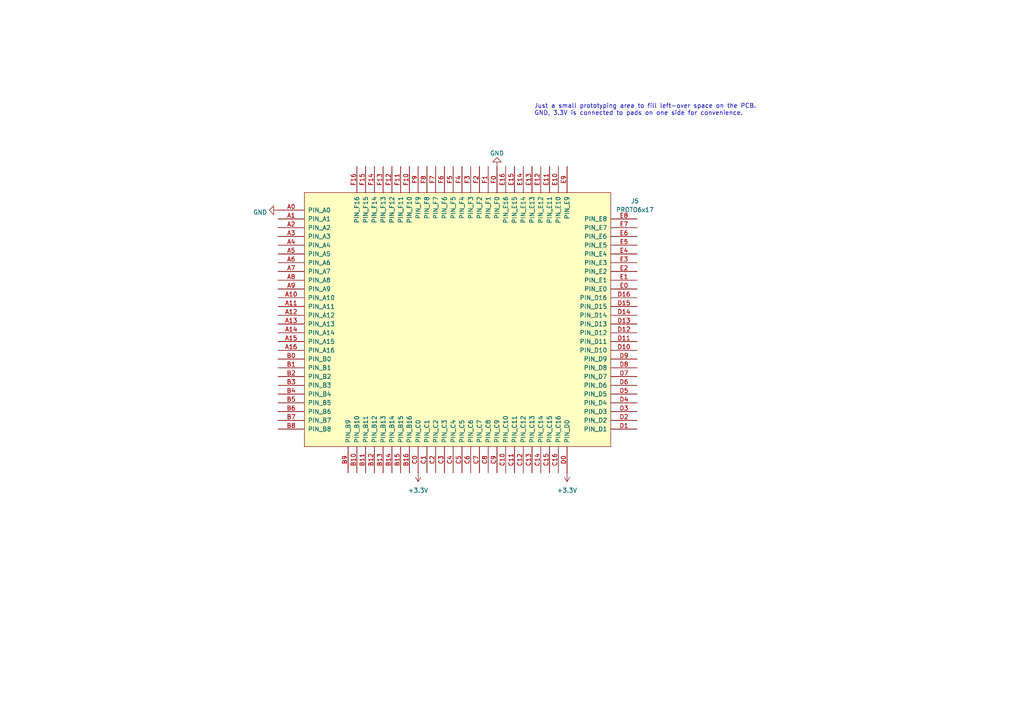
<source format=kicad_sch>
(kicad_sch (version 20230121) (generator eeschema)
  (paper "A4")
  (title_block (title "mechanical stuff, proto area") (date "2024-01-10") (rev "0.9.0") (company "Sönke J. Peters"))
  (lib_symbols
    (symbol "Library:PROTO6x17" (pin_names (offset 1.016))
      (property "Reference" "J" (at 0 -2.54 0))
      (property "Value" "PROTO6x17" (at 0 2.54 0))
      (symbol "PROTO6x17_1_0"
        (rectangle (start -44.45 36.83) (end 44.45 -36.83) (fill (type background)))
      )
      (symbol "PROTO6x17_1_1"
        (pin input line (at -52.07 31.75 0) (length 7.62) (name "PIN_A0") (number "A0"))
        (pin input line (at -52.07 29.21 0) (length 7.62) (name "PIN_A1") (number "A1"))
        (pin input line (at -52.07 6.35 0) (length 7.62) (name "PIN_A10") (number "A10"))
        (pin input line (at -52.07 3.81 0) (length 7.62) (name "PIN_A11") (number "A11"))
        (pin input line (at -52.07 1.27 0) (length 7.62) (name "PIN_A12") (number "A12"))
        (pin input line (at -52.07 -1.27 0) (length 7.62) (name "PIN_A13") (number "A13"))
        (pin input line (at -52.07 -3.81 0) (length 7.62) (name "PIN_A14") (number "A14"))
        (pin input line (at -52.07 -6.35 0) (length 7.62) (name "PIN_A15") (number "A15"))
        (pin input line (at -52.07 -8.89 0) (length 7.62) (name "PIN_A16") (number "A16"))
        (pin input line (at -52.07 26.67 0) (length 7.62) (name "PIN_A2") (number "A2"))
        (pin input line (at -52.07 24.13 0) (length 7.62) (name "PIN_A3") (number "A3"))
        (pin input line (at -52.07 21.59 0) (length 7.62) (name "PIN_A4") (number "A4"))
        (pin input line (at -52.07 19.05 0) (length 7.62) (name "PIN_A5") (number "A5"))
        (pin input line (at -52.07 16.51 0) (length 7.62) (name "PIN_A6") (number "A6"))
        (pin input line (at -52.07 13.97 0) (length 7.62) (name "PIN_A7") (number "A7"))
        (pin input line (at -52.07 11.43 0) (length 7.62) (name "PIN_A8") (number "A8"))
        (pin input line (at -52.07 8.89 0) (length 7.62) (name "PIN_A9") (number "A9"))
        (pin input line (at -52.07 -11.43 0) (length 7.62) (name "PIN_B0") (number "B0"))
        (pin input line (at -52.07 -13.97 0) (length 7.62) (name "PIN_B1") (number "B1"))
        (pin input line (at -29.21 -44.45 90) (length 7.62) (name "PIN_B10") (number "B10"))
        (pin input line (at -26.67 -44.45 90) (length 7.62) (name "PIN_B11") (number "B11"))
        (pin input line (at -24.13 -44.45 90) (length 7.62) (name "PIN_B12") (number "B12"))
        (pin input line (at -21.59 -44.45 90) (length 7.62) (name "PIN_B13") (number "B13"))
        (pin input line (at -19.05 -44.45 90) (length 7.62) (name "PIN_B14") (number "B14"))
        (pin input line (at -16.51 -44.45 90) (length 7.62) (name "PIN_B15") (number "B15"))
        (pin input line (at -13.97 -44.45 90) (length 7.62) (name "PIN_B16") (number "B16"))
        (pin input line (at -52.07 -16.51 0) (length 7.62) (name "PIN_B2") (number "B2"))
        (pin input line (at -52.07 -19.05 0) (length 7.62) (name "PIN_B3") (number "B3"))
        (pin input line (at -52.07 -21.59 0) (length 7.62) (name "PIN_B4") (number "B4"))
        (pin input line (at -52.07 -24.13 0) (length 7.62) (name "PIN_B5") (number "B5"))
        (pin input line (at -52.07 -26.67 0) (length 7.62) (name "PIN_B6") (number "B6"))
        (pin input line (at -52.07 -29.21 0) (length 7.62) (name "PIN_B7") (number "B7"))
        (pin input line (at -52.07 -31.75 0) (length 7.62) (name "PIN_B8") (number "B8"))
        (pin input line (at -31.75 -44.45 90) (length 7.62) (name "PIN_B9") (number "B9"))
        (pin input line (at -11.43 -44.45 90) (length 7.62) (name "PIN_C0") (number "C0"))
        (pin input line (at -8.89 -44.45 90) (length 7.62) (name "PIN_C1") (number "C1"))
        (pin input line (at 13.97 -44.45 90) (length 7.62) (name "PIN_C10") (number "C10"))
        (pin input line (at 16.51 -44.45 90) (length 7.62) (name "PIN_C11") (number "C11"))
        (pin input line (at 19.05 -44.45 90) (length 7.62) (name "PIN_C12") (number "C12"))
        (pin input line (at 21.59 -44.45 90) (length 7.62) (name "PIN_C13") (number "C13"))
        (pin input line (at 24.13 -44.45 90) (length 7.62) (name "PIN_C14") (number "C14"))
        (pin input line (at 26.67 -44.45 90) (length 7.62) (name "PIN_C15") (number "C15"))
        (pin input line (at 29.21 -44.45 90) (length 7.62) (name "PIN_C16") (number "C16"))
        (pin input line (at -6.35 -44.45 90) (length 7.62) (name "PIN_C2") (number "C2"))
        (pin input line (at -3.81 -44.45 90) (length 7.62) (name "PIN_C3") (number "C3"))
        (pin input line (at -1.27 -44.45 90) (length 7.62) (name "PIN_C4") (number "C4"))
        (pin input line (at 1.27 -44.45 90) (length 7.62) (name "PIN_C5") (number "C5"))
        (pin input line (at 3.81 -44.45 90) (length 7.62) (name "PIN_C6") (number "C6"))
        (pin input line (at 6.35 -44.45 90) (length 7.62) (name "PIN_C7") (number "C7"))
        (pin input line (at 8.89 -44.45 90) (length 7.62) (name "PIN_C8") (number "C8"))
        (pin input line (at 11.43 -44.45 90) (length 7.62) (name "PIN_C9") (number "C9"))
        (pin input line (at 31.75 -44.45 90) (length 7.62) (name "PIN_D0") (number "D0"))
        (pin input line (at 52.07 -31.75 180) (length 7.62) (name "PIN_D1") (number "D1"))
        (pin input line (at 52.07 -8.89 180) (length 7.62) (name "PIN_D10") (number "D10"))
        (pin input line (at 52.07 -6.35 180) (length 7.62) (name "PIN_D11") (number "D11"))
        (pin input line (at 52.07 -3.81 180) (length 7.62) (name "PIN_D12") (number "D12"))
        (pin input line (at 52.07 -1.27 180) (length 7.62) (name "PIN_D13") (number "D13"))
        (pin input line (at 52.07 1.27 180) (length 7.62) (name "PIN_D14") (number "D14"))
        (pin input line (at 52.07 3.81 180) (length 7.62) (name "PIN_D15") (number "D15"))
        (pin input line (at 52.07 6.35 180) (length 7.62) (name "PIN_D16") (number "D16"))
        (pin input line (at 52.07 -29.21 180) (length 7.62) (name "PIN_D2") (number "D2"))
        (pin input line (at 52.07 -26.67 180) (length 7.62) (name "PIN_D3") (number "D3"))
        (pin input line (at 52.07 -24.13 180) (length 7.62) (name "PIN_D4") (number "D4"))
        (pin input line (at 52.07 -21.59 180) (length 7.62) (name "PIN_D5") (number "D5"))
        (pin input line (at 52.07 -19.05 180) (length 7.62) (name "PIN_D6") (number "D6"))
        (pin input line (at 52.07 -16.51 180) (length 7.62) (name "PIN_D7") (number "D7"))
        (pin input line (at 52.07 -13.97 180) (length 7.62) (name "PIN_D8") (number "D8"))
        (pin input line (at 52.07 -11.43 180) (length 7.62) (name "PIN_D9") (number "D9"))
        (pin input line (at 52.07 8.89 180) (length 7.62) (name "PIN_E0") (number "E0"))
        (pin input line (at 52.07 11.43 180) (length 7.62) (name "PIN_E1") (number "E1"))
        (pin input line (at 29.21 44.45 270) (length 7.62) (name "PIN_E10") (number "E10"))
        (pin input line (at 26.67 44.45 270) (length 7.62) (name "PIN_E11") (number "E11"))
        (pin input line (at 24.13 44.45 270) (length 7.62) (name "PIN_E12") (number "E12"))
        (pin input line (at 21.59 44.45 270) (length 7.62) (name "PIN_E13") (number "E13"))
        (pin input line (at 19.05 44.45 270) (length 7.62) (name "PIN_E14") (number "E14"))
        (pin input line (at 16.51 44.45 270) (length 7.62) (name "PIN_E15") (number "E15"))
        (pin input line (at 13.97 44.45 270) (length 7.62) (name "PIN_E16") (number "E16"))
        (pin input line (at 52.07 13.97 180) (length 7.62) (name "PIN_E2") (number "E2"))
        (pin input line (at 52.07 16.51 180) (length 7.62) (name "PIN_E3") (number "E3"))
        (pin input line (at 52.07 19.05 180) (length 7.62) (name "PIN_E4") (number "E4"))
        (pin input line (at 52.07 21.59 180) (length 7.62) (name "PIN_E5") (number "E5"))
        (pin input line (at 52.07 24.13 180) (length 7.62) (name "PIN_E6") (number "E6"))
        (pin input line (at 52.07 26.67 180) (length 7.62) (name "PIN_E7") (number "E7"))
        (pin input line (at 52.07 29.21 180) (length 7.62) (name "PIN_E8") (number "E8"))
        (pin input line (at 31.75 44.45 270) (length 7.62) (name "PIN_E9") (number "E9"))
        (pin input line (at 11.43 44.45 270) (length 7.62) (name "PIN_F0") (number "F0"))
        (pin input line (at 8.89 44.45 270) (length 7.62) (name "PIN_F1") (number "F1"))
        (pin input line (at -13.97 44.45 270) (length 7.62) (name "PIN_F10") (number "F10"))
        (pin input line (at -16.51 44.45 270) (length 7.62) (name "PIN_F11") (number "F11"))
        (pin input line (at -19.05 44.45 270) (length 7.62) (name "PIN_F12") (number "F12"))
        (pin input line (at -21.59 44.45 270) (length 7.62) (name "PIN_F13") (number "F13"))
        (pin input line (at -24.13 44.45 270) (length 7.62) (name "PIN_F14") (number "F14"))
        (pin input line (at -26.67 44.45 270) (length 7.62) (name "PIN_F15") (number "F15"))
        (pin input line (at -29.21 44.45 270) (length 7.62) (name "PIN_F16") (number "F16"))
        (pin input line (at 6.35 44.45 270) (length 7.62) (name "PIN_F2") (number "F2"))
        (pin input line (at 3.81 44.45 270) (length 7.62) (name "PIN_F3") (number "F3"))
        (pin input line (at 1.27 44.45 270) (length 7.62) (name "PIN_F4") (number "F4"))
        (pin input line (at -1.27 44.45 270) (length 7.62) (name "PIN_F5") (number "F5"))
        (pin input line (at -3.81 44.45 270) (length 7.62) (name "PIN_F6") (number "F6"))
        (pin input line (at -6.35 44.45 270) (length 7.62) (name "PIN_F7") (number "F7"))
        (pin input line (at -8.89 44.45 270) (length 7.62) (name "PIN_F8") (number "F8"))
        (pin input line (at -11.43 44.45 270) (length 7.62) (name "PIN_F9") (number "F9"))
      )
    )
    (symbol "power:+3.3V" (power) (pin_names (offset 0))
      (property "Value" "+3.3V" (at 0 3.556 0))
      (symbol "+3.3V_0_1"
        (polyline (pts (xy -0.762 1.27) (xy 0 2.54)))
        (polyline (pts (xy 0 0) (xy 0 2.54)))
        (polyline (pts (xy 0 2.54) (xy 0.762 1.27)))
      )
      (symbol "+3.3V_1_1"
        (pin power_in line (at 0 0 90) (length 0) hide (name "+3.3V") (number "1"))
      )
    )
    (symbol "power:GND" (power) (pin_names (offset 0))
      (property "Value" "GND" (at 0 -3.81 0))
      (symbol "GND_0_1"
        (polyline (pts (xy 0 0) (xy 0 -1.27) (xy 1.27 -1.27) (xy 0 -2.54) (xy -1.27 -1.27) (xy 0 -1.27)))
      )
      (symbol "GND_1_1"
        (pin power_in line (at 0 0 270) (length 0) hide (name "GND") (number "1"))
      )
    )
  )
  (text "Just a small prototyping area to fill left-over space on the PCB.\nGND, 3.3V is connected to pads on one side for convenience." (at 154.94 33.655 0) (effects (font (size 1.27 1.27)) (justify left bottom)))
  (symbol (lib_id "Library:PROTO6x17") (at 132.715 92.71 0) (unit 1)
    (property "Reference" "J5" (at 184.15 58.3183 0))
    (property "Value" "PROTO6x17" (at 184.15 60.8583 0))
    (property "Footprint" "Library:proto112 127" (effects hide))
    (property "Datasheet" "DOCUMENTATION" (effects hide))
  )
  (symbol (lib_id "power:GND") (at 144.145 48.26 180) (unit 1)
    (property "Reference" "#PWR016" (effects hide))
    (property "Value" "GND" (at 144.145 44.45 0))
  )
  (symbol (lib_id "power:+3.3V") (at 164.465 137.16 180) (unit 1)
    (property "Reference" "#PWR018" (effects hide))
    (property "Value" "+3.3V" (at 164.465 142.24 0))
  )
  (symbol (lib_id "power:+3.3V") (at 121.285 137.16 180) (unit 1)
    (property "Reference" "#PWR017" (effects hide))
    (property "Value" "+3.3V" (at 121.285 142.24 0))
  )
  (symbol (lib_id "power:GND") (at 80.645 60.96 270) (unit 1)
    (property "Reference" "#PWR015" (effects hide))
    (property "Value" "GND" (at 77.47 61.595 90) (effects (justify right)))
  )
)
</source>
